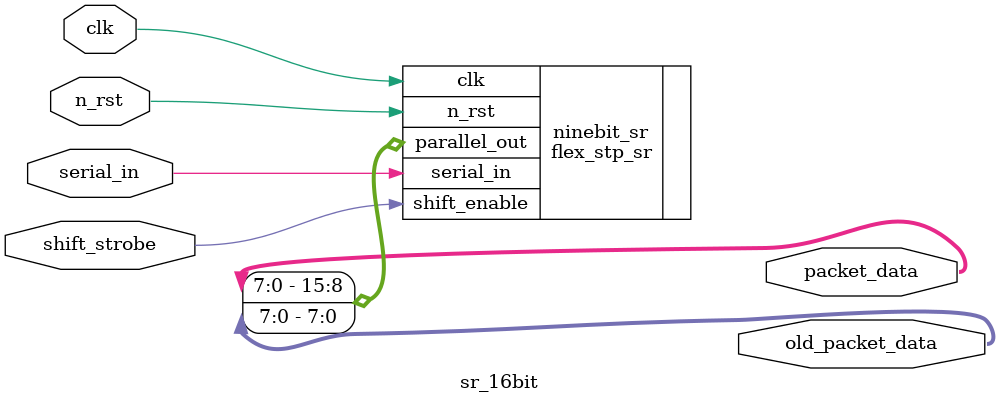
<source format=sv>

module sr_16bit
(
  input wire clk,
  input wire n_rst,
  input wire shift_strobe,
  input wire serial_in,
  output wire [7:0] packet_data,
  output wire [7:0] old_packet_data
);



flex_stp_sr #(16, 0) ninebit_sr(.clk(clk), .n_rst(n_rst), 
                    .serial_in(serial_in), 
                    .shift_enable(shift_strobe), 
                    .parallel_out({packet_data[7:0], old_packet_data[7:0]}));

endmodule
</source>
